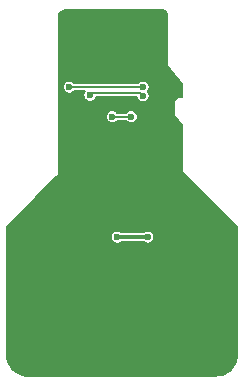
<source format=gbr>
G04 #@! TF.GenerationSoftware,KiCad,Pcbnew,(5.1.8)-1*
G04 #@! TF.CreationDate,2021-01-19T07:48:20+02:00*
G04 #@! TF.ProjectId,emmc-adapter,656d6d63-2d61-4646-9170-7465722e6b69,rev?*
G04 #@! TF.SameCoordinates,Original*
G04 #@! TF.FileFunction,Copper,L1,Top*
G04 #@! TF.FilePolarity,Positive*
%FSLAX46Y46*%
G04 Gerber Fmt 4.6, Leading zero omitted, Abs format (unit mm)*
G04 Created by KiCad (PCBNEW (5.1.8)-1) date 2021-01-19 07:48:20*
%MOMM*%
%LPD*%
G01*
G04 APERTURE LIST*
G04 #@! TA.AperFunction,ViaPad*
%ADD10C,0.600000*%
G04 #@! TD*
G04 #@! TA.AperFunction,Conductor*
%ADD11C,0.300000*%
G04 #@! TD*
G04 #@! TA.AperFunction,Conductor*
%ADD12C,0.200000*%
G04 #@! TD*
G04 #@! TA.AperFunction,Conductor*
%ADD13C,0.100000*%
G04 #@! TD*
G04 APERTURE END LIST*
D10*
X118700000Y-74500000D03*
X117500000Y-70300000D03*
X117000000Y-57100000D03*
X117800000Y-57100000D03*
X116900000Y-59200000D03*
X117800000Y-59200000D03*
X113500000Y-74000000D03*
X118900000Y-79200000D03*
X124400000Y-74000000D03*
X122800000Y-71600000D03*
X116200000Y-57100000D03*
X121600000Y-57000000D03*
X114200000Y-57000000D03*
X124800000Y-69300000D03*
X118100000Y-65900000D03*
X113600000Y-79000000D03*
X124300000Y-79100000D03*
X113400000Y-69500000D03*
X122400000Y-57000000D03*
X121200000Y-70500000D03*
X118600000Y-70500000D03*
X120800000Y-58550003D03*
X116300000Y-58499996D03*
X118200000Y-60300000D03*
X119800000Y-60300000D03*
X120800000Y-57800000D03*
X114550000Y-57800000D03*
D11*
X121200000Y-70500000D02*
X118600000Y-70500000D01*
D12*
X116499996Y-58300000D02*
X116300000Y-58499996D01*
X120800000Y-58550003D02*
X120549997Y-58300000D01*
X120549997Y-58300000D02*
X116499996Y-58300000D01*
X119800000Y-60300000D02*
X118200000Y-60300000D01*
X114550000Y-57800000D02*
X120800000Y-57800000D01*
X122466744Y-51294984D02*
X122558417Y-51334071D01*
X122640749Y-51390217D01*
X122710608Y-51461286D01*
X122765333Y-51544572D01*
X122802840Y-51636903D01*
X122822745Y-51740189D01*
X122825001Y-51804834D01*
X122825000Y-55876643D01*
X122824372Y-55880313D01*
X122825000Y-55903669D01*
X122825000Y-55913502D01*
X122825364Y-55917194D01*
X122825828Y-55934462D01*
X122828013Y-55944086D01*
X122828980Y-55953908D01*
X122833994Y-55970438D01*
X122837819Y-55987289D01*
X122841839Y-55996301D01*
X122844704Y-56005746D01*
X122852854Y-56020994D01*
X122859887Y-56036760D01*
X122865583Y-56044808D01*
X122870240Y-56053521D01*
X122881207Y-56066885D01*
X122883342Y-56069901D01*
X122889762Y-56077309D01*
X122904605Y-56095395D01*
X122907486Y-56097759D01*
X124125001Y-57502585D01*
X124125000Y-58625000D01*
X123886497Y-58625000D01*
X123874870Y-58626145D01*
X123873682Y-58626137D01*
X123869860Y-58626511D01*
X123850505Y-58628545D01*
X123846091Y-58628980D01*
X123845944Y-58629025D01*
X123831040Y-58630591D01*
X123806630Y-58635602D01*
X123782143Y-58640273D01*
X123778466Y-58641383D01*
X123741179Y-58652925D01*
X123718184Y-58662591D01*
X123695094Y-58671920D01*
X123691707Y-58673720D01*
X123691702Y-58673722D01*
X123691698Y-58673725D01*
X123657367Y-58692287D01*
X123636707Y-58706222D01*
X123615842Y-58719877D01*
X123612866Y-58722304D01*
X123582791Y-58747185D01*
X123565239Y-58764861D01*
X123547422Y-58782309D01*
X123544974Y-58785267D01*
X123520305Y-58815516D01*
X123506507Y-58836283D01*
X123492433Y-58856839D01*
X123490606Y-58860216D01*
X123472281Y-58894680D01*
X123462787Y-58917713D01*
X123452964Y-58940632D01*
X123451832Y-58944291D01*
X123451828Y-58944301D01*
X123451828Y-58944303D01*
X123440547Y-58981668D01*
X123435707Y-59006108D01*
X123430523Y-59030499D01*
X123430121Y-59034318D01*
X123426312Y-59073165D01*
X123426312Y-59073187D01*
X123425001Y-59086497D01*
X123425000Y-60077300D01*
X123424282Y-60081619D01*
X123425000Y-60104326D01*
X123425000Y-60113502D01*
X123425427Y-60117841D01*
X123425994Y-60135761D01*
X123428077Y-60144739D01*
X123428980Y-60153908D01*
X123434184Y-60171065D01*
X123438236Y-60188530D01*
X123442028Y-60196924D01*
X123444704Y-60205746D01*
X123453163Y-60221571D01*
X123460538Y-60237897D01*
X123465892Y-60245386D01*
X123470240Y-60253521D01*
X123481624Y-60267392D01*
X123484150Y-60270926D01*
X123490172Y-60277809D01*
X123504605Y-60295395D01*
X123507994Y-60298176D01*
X124125001Y-61003329D01*
X124125000Y-64886497D01*
X124123670Y-64900000D01*
X124125000Y-64913502D01*
X124128980Y-64953908D01*
X124144704Y-65005746D01*
X124170240Y-65053521D01*
X124204605Y-65095395D01*
X124215100Y-65104008D01*
X128725001Y-69613910D01*
X128724999Y-80626208D01*
X128666491Y-80961819D01*
X128545053Y-81276711D01*
X128364762Y-81562022D01*
X128132488Y-81806882D01*
X127857079Y-82001961D01*
X127549028Y-82139828D01*
X127220054Y-82215239D01*
X126870433Y-82225682D01*
X126863503Y-82224999D01*
X110873797Y-82225001D01*
X110538180Y-82166492D01*
X110223288Y-82045054D01*
X109937977Y-81864763D01*
X109693117Y-81632489D01*
X109498038Y-81357080D01*
X109360171Y-81049029D01*
X109284760Y-80720055D01*
X109274317Y-80370435D01*
X109275000Y-80363505D01*
X109275000Y-70445830D01*
X118050000Y-70445830D01*
X118050000Y-70554170D01*
X118071136Y-70660429D01*
X118112597Y-70760523D01*
X118172787Y-70850604D01*
X118249396Y-70927213D01*
X118339477Y-70987403D01*
X118439571Y-71028864D01*
X118545830Y-71050000D01*
X118654170Y-71050000D01*
X118760429Y-71028864D01*
X118860523Y-70987403D01*
X118950604Y-70927213D01*
X118977817Y-70900000D01*
X120822183Y-70900000D01*
X120849396Y-70927213D01*
X120939477Y-70987403D01*
X121039571Y-71028864D01*
X121145830Y-71050000D01*
X121254170Y-71050000D01*
X121360429Y-71028864D01*
X121460523Y-70987403D01*
X121550604Y-70927213D01*
X121627213Y-70850604D01*
X121687403Y-70760523D01*
X121728864Y-70660429D01*
X121750000Y-70554170D01*
X121750000Y-70445830D01*
X121728864Y-70339571D01*
X121687403Y-70239477D01*
X121627213Y-70149396D01*
X121550604Y-70072787D01*
X121460523Y-70012597D01*
X121360429Y-69971136D01*
X121254170Y-69950000D01*
X121145830Y-69950000D01*
X121039571Y-69971136D01*
X120939477Y-70012597D01*
X120849396Y-70072787D01*
X120822183Y-70100000D01*
X118977817Y-70100000D01*
X118950604Y-70072787D01*
X118860523Y-70012597D01*
X118760429Y-69971136D01*
X118654170Y-69950000D01*
X118545830Y-69950000D01*
X118439571Y-69971136D01*
X118339477Y-70012597D01*
X118249396Y-70072787D01*
X118172787Y-70149396D01*
X118112597Y-70239477D01*
X118071136Y-70339571D01*
X118050000Y-70445830D01*
X109275000Y-70445830D01*
X109275000Y-69613908D01*
X113454002Y-65434907D01*
X113454007Y-65434901D01*
X113584904Y-65304004D01*
X113595393Y-65295396D01*
X113629758Y-65253522D01*
X113655295Y-65205749D01*
X113664219Y-65176330D01*
X113671020Y-65153910D01*
X113676330Y-65100001D01*
X113674999Y-65086490D01*
X113675039Y-60245830D01*
X117650000Y-60245830D01*
X117650000Y-60354170D01*
X117671136Y-60460429D01*
X117712597Y-60560523D01*
X117772787Y-60650604D01*
X117849396Y-60727213D01*
X117939477Y-60787403D01*
X118039571Y-60828864D01*
X118145830Y-60850000D01*
X118254170Y-60850000D01*
X118360429Y-60828864D01*
X118460523Y-60787403D01*
X118550604Y-60727213D01*
X118627213Y-60650604D01*
X118627617Y-60650000D01*
X119372383Y-60650000D01*
X119372787Y-60650604D01*
X119449396Y-60727213D01*
X119539477Y-60787403D01*
X119639571Y-60828864D01*
X119745830Y-60850000D01*
X119854170Y-60850000D01*
X119960429Y-60828864D01*
X120060523Y-60787403D01*
X120150604Y-60727213D01*
X120227213Y-60650604D01*
X120287403Y-60560523D01*
X120328864Y-60460429D01*
X120350000Y-60354170D01*
X120350000Y-60245830D01*
X120328864Y-60139571D01*
X120287403Y-60039477D01*
X120227213Y-59949396D01*
X120150604Y-59872787D01*
X120060523Y-59812597D01*
X119960429Y-59771136D01*
X119854170Y-59750000D01*
X119745830Y-59750000D01*
X119639571Y-59771136D01*
X119539477Y-59812597D01*
X119449396Y-59872787D01*
X119372787Y-59949396D01*
X119372383Y-59950000D01*
X118627617Y-59950000D01*
X118627213Y-59949396D01*
X118550604Y-59872787D01*
X118460523Y-59812597D01*
X118360429Y-59771136D01*
X118254170Y-59750000D01*
X118145830Y-59750000D01*
X118039571Y-59771136D01*
X117939477Y-59812597D01*
X117849396Y-59872787D01*
X117772787Y-59949396D01*
X117712597Y-60039477D01*
X117671136Y-60139571D01*
X117650000Y-60245830D01*
X113675039Y-60245830D01*
X113675060Y-57745830D01*
X114000000Y-57745830D01*
X114000000Y-57854170D01*
X114021136Y-57960429D01*
X114062597Y-58060523D01*
X114122787Y-58150604D01*
X114199396Y-58227213D01*
X114289477Y-58287403D01*
X114389571Y-58328864D01*
X114495830Y-58350000D01*
X114604170Y-58350000D01*
X114710429Y-58328864D01*
X114810523Y-58287403D01*
X114900604Y-58227213D01*
X114977213Y-58150604D01*
X114977617Y-58150000D01*
X115872381Y-58150000D01*
X115812597Y-58239473D01*
X115771136Y-58339567D01*
X115750000Y-58445826D01*
X115750000Y-58554166D01*
X115771136Y-58660425D01*
X115812597Y-58760519D01*
X115872787Y-58850600D01*
X115949396Y-58927209D01*
X116039477Y-58987399D01*
X116139571Y-59028860D01*
X116245830Y-59049996D01*
X116354170Y-59049996D01*
X116460429Y-59028860D01*
X116560523Y-58987399D01*
X116650604Y-58927209D01*
X116727213Y-58850600D01*
X116787403Y-58760519D01*
X116828864Y-58660425D01*
X116830938Y-58650000D01*
X120259115Y-58650000D01*
X120271136Y-58710432D01*
X120312597Y-58810526D01*
X120372787Y-58900607D01*
X120449396Y-58977216D01*
X120539477Y-59037406D01*
X120639571Y-59078867D01*
X120745830Y-59100003D01*
X120854170Y-59100003D01*
X120960429Y-59078867D01*
X121060523Y-59037406D01*
X121150604Y-58977216D01*
X121227213Y-58900607D01*
X121287403Y-58810526D01*
X121328864Y-58710432D01*
X121350000Y-58604173D01*
X121350000Y-58495833D01*
X121328864Y-58389574D01*
X121287403Y-58289480D01*
X121227213Y-58199399D01*
X121202816Y-58175002D01*
X121227213Y-58150604D01*
X121287403Y-58060523D01*
X121328864Y-57960429D01*
X121350000Y-57854170D01*
X121350000Y-57745830D01*
X121328864Y-57639571D01*
X121287403Y-57539477D01*
X121227213Y-57449396D01*
X121150604Y-57372787D01*
X121060523Y-57312597D01*
X120960429Y-57271136D01*
X120854170Y-57250000D01*
X120745830Y-57250000D01*
X120639571Y-57271136D01*
X120539477Y-57312597D01*
X120449396Y-57372787D01*
X120372787Y-57449396D01*
X120372383Y-57450000D01*
X114977617Y-57450000D01*
X114977213Y-57449396D01*
X114900604Y-57372787D01*
X114810523Y-57312597D01*
X114710429Y-57271136D01*
X114604170Y-57250000D01*
X114495830Y-57250000D01*
X114389571Y-57271136D01*
X114289477Y-57312597D01*
X114199396Y-57372787D01*
X114122787Y-57449396D01*
X114062597Y-57539477D01*
X114021136Y-57639571D01*
X114000000Y-57745830D01*
X113675060Y-57745830D01*
X113675110Y-51824435D01*
X113684675Y-51706817D01*
X113712588Y-51608500D01*
X113759069Y-51517474D01*
X113822343Y-51437210D01*
X113899998Y-51370767D01*
X113989087Y-51320670D01*
X114086208Y-51288832D01*
X114199459Y-51275026D01*
X114201624Y-51275000D01*
X122371844Y-51275000D01*
X122466744Y-51294984D01*
G04 #@! TA.AperFunction,Conductor*
D13*
G36*
X122466744Y-51294984D02*
G01*
X122558417Y-51334071D01*
X122640749Y-51390217D01*
X122710608Y-51461286D01*
X122765333Y-51544572D01*
X122802840Y-51636903D01*
X122822745Y-51740189D01*
X122825001Y-51804834D01*
X122825000Y-55876643D01*
X122824372Y-55880313D01*
X122825000Y-55903669D01*
X122825000Y-55913502D01*
X122825364Y-55917194D01*
X122825828Y-55934462D01*
X122828013Y-55944086D01*
X122828980Y-55953908D01*
X122833994Y-55970438D01*
X122837819Y-55987289D01*
X122841839Y-55996301D01*
X122844704Y-56005746D01*
X122852854Y-56020994D01*
X122859887Y-56036760D01*
X122865583Y-56044808D01*
X122870240Y-56053521D01*
X122881207Y-56066885D01*
X122883342Y-56069901D01*
X122889762Y-56077309D01*
X122904605Y-56095395D01*
X122907486Y-56097759D01*
X124125001Y-57502585D01*
X124125000Y-58625000D01*
X123886497Y-58625000D01*
X123874870Y-58626145D01*
X123873682Y-58626137D01*
X123869860Y-58626511D01*
X123850505Y-58628545D01*
X123846091Y-58628980D01*
X123845944Y-58629025D01*
X123831040Y-58630591D01*
X123806630Y-58635602D01*
X123782143Y-58640273D01*
X123778466Y-58641383D01*
X123741179Y-58652925D01*
X123718184Y-58662591D01*
X123695094Y-58671920D01*
X123691707Y-58673720D01*
X123691702Y-58673722D01*
X123691698Y-58673725D01*
X123657367Y-58692287D01*
X123636707Y-58706222D01*
X123615842Y-58719877D01*
X123612866Y-58722304D01*
X123582791Y-58747185D01*
X123565239Y-58764861D01*
X123547422Y-58782309D01*
X123544974Y-58785267D01*
X123520305Y-58815516D01*
X123506507Y-58836283D01*
X123492433Y-58856839D01*
X123490606Y-58860216D01*
X123472281Y-58894680D01*
X123462787Y-58917713D01*
X123452964Y-58940632D01*
X123451832Y-58944291D01*
X123451828Y-58944301D01*
X123451828Y-58944303D01*
X123440547Y-58981668D01*
X123435707Y-59006108D01*
X123430523Y-59030499D01*
X123430121Y-59034318D01*
X123426312Y-59073165D01*
X123426312Y-59073187D01*
X123425001Y-59086497D01*
X123425000Y-60077300D01*
X123424282Y-60081619D01*
X123425000Y-60104326D01*
X123425000Y-60113502D01*
X123425427Y-60117841D01*
X123425994Y-60135761D01*
X123428077Y-60144739D01*
X123428980Y-60153908D01*
X123434184Y-60171065D01*
X123438236Y-60188530D01*
X123442028Y-60196924D01*
X123444704Y-60205746D01*
X123453163Y-60221571D01*
X123460538Y-60237897D01*
X123465892Y-60245386D01*
X123470240Y-60253521D01*
X123481624Y-60267392D01*
X123484150Y-60270926D01*
X123490172Y-60277809D01*
X123504605Y-60295395D01*
X123507994Y-60298176D01*
X124125001Y-61003329D01*
X124125000Y-64886497D01*
X124123670Y-64900000D01*
X124125000Y-64913502D01*
X124128980Y-64953908D01*
X124144704Y-65005746D01*
X124170240Y-65053521D01*
X124204605Y-65095395D01*
X124215100Y-65104008D01*
X128725001Y-69613910D01*
X128724999Y-80626208D01*
X128666491Y-80961819D01*
X128545053Y-81276711D01*
X128364762Y-81562022D01*
X128132488Y-81806882D01*
X127857079Y-82001961D01*
X127549028Y-82139828D01*
X127220054Y-82215239D01*
X126870433Y-82225682D01*
X126863503Y-82224999D01*
X110873797Y-82225001D01*
X110538180Y-82166492D01*
X110223288Y-82045054D01*
X109937977Y-81864763D01*
X109693117Y-81632489D01*
X109498038Y-81357080D01*
X109360171Y-81049029D01*
X109284760Y-80720055D01*
X109274317Y-80370435D01*
X109275000Y-80363505D01*
X109275000Y-70445830D01*
X118050000Y-70445830D01*
X118050000Y-70554170D01*
X118071136Y-70660429D01*
X118112597Y-70760523D01*
X118172787Y-70850604D01*
X118249396Y-70927213D01*
X118339477Y-70987403D01*
X118439571Y-71028864D01*
X118545830Y-71050000D01*
X118654170Y-71050000D01*
X118760429Y-71028864D01*
X118860523Y-70987403D01*
X118950604Y-70927213D01*
X118977817Y-70900000D01*
X120822183Y-70900000D01*
X120849396Y-70927213D01*
X120939477Y-70987403D01*
X121039571Y-71028864D01*
X121145830Y-71050000D01*
X121254170Y-71050000D01*
X121360429Y-71028864D01*
X121460523Y-70987403D01*
X121550604Y-70927213D01*
X121627213Y-70850604D01*
X121687403Y-70760523D01*
X121728864Y-70660429D01*
X121750000Y-70554170D01*
X121750000Y-70445830D01*
X121728864Y-70339571D01*
X121687403Y-70239477D01*
X121627213Y-70149396D01*
X121550604Y-70072787D01*
X121460523Y-70012597D01*
X121360429Y-69971136D01*
X121254170Y-69950000D01*
X121145830Y-69950000D01*
X121039571Y-69971136D01*
X120939477Y-70012597D01*
X120849396Y-70072787D01*
X120822183Y-70100000D01*
X118977817Y-70100000D01*
X118950604Y-70072787D01*
X118860523Y-70012597D01*
X118760429Y-69971136D01*
X118654170Y-69950000D01*
X118545830Y-69950000D01*
X118439571Y-69971136D01*
X118339477Y-70012597D01*
X118249396Y-70072787D01*
X118172787Y-70149396D01*
X118112597Y-70239477D01*
X118071136Y-70339571D01*
X118050000Y-70445830D01*
X109275000Y-70445830D01*
X109275000Y-69613908D01*
X113454002Y-65434907D01*
X113454007Y-65434901D01*
X113584904Y-65304004D01*
X113595393Y-65295396D01*
X113629758Y-65253522D01*
X113655295Y-65205749D01*
X113664219Y-65176330D01*
X113671020Y-65153910D01*
X113676330Y-65100001D01*
X113674999Y-65086490D01*
X113675039Y-60245830D01*
X117650000Y-60245830D01*
X117650000Y-60354170D01*
X117671136Y-60460429D01*
X117712597Y-60560523D01*
X117772787Y-60650604D01*
X117849396Y-60727213D01*
X117939477Y-60787403D01*
X118039571Y-60828864D01*
X118145830Y-60850000D01*
X118254170Y-60850000D01*
X118360429Y-60828864D01*
X118460523Y-60787403D01*
X118550604Y-60727213D01*
X118627213Y-60650604D01*
X118627617Y-60650000D01*
X119372383Y-60650000D01*
X119372787Y-60650604D01*
X119449396Y-60727213D01*
X119539477Y-60787403D01*
X119639571Y-60828864D01*
X119745830Y-60850000D01*
X119854170Y-60850000D01*
X119960429Y-60828864D01*
X120060523Y-60787403D01*
X120150604Y-60727213D01*
X120227213Y-60650604D01*
X120287403Y-60560523D01*
X120328864Y-60460429D01*
X120350000Y-60354170D01*
X120350000Y-60245830D01*
X120328864Y-60139571D01*
X120287403Y-60039477D01*
X120227213Y-59949396D01*
X120150604Y-59872787D01*
X120060523Y-59812597D01*
X119960429Y-59771136D01*
X119854170Y-59750000D01*
X119745830Y-59750000D01*
X119639571Y-59771136D01*
X119539477Y-59812597D01*
X119449396Y-59872787D01*
X119372787Y-59949396D01*
X119372383Y-59950000D01*
X118627617Y-59950000D01*
X118627213Y-59949396D01*
X118550604Y-59872787D01*
X118460523Y-59812597D01*
X118360429Y-59771136D01*
X118254170Y-59750000D01*
X118145830Y-59750000D01*
X118039571Y-59771136D01*
X117939477Y-59812597D01*
X117849396Y-59872787D01*
X117772787Y-59949396D01*
X117712597Y-60039477D01*
X117671136Y-60139571D01*
X117650000Y-60245830D01*
X113675039Y-60245830D01*
X113675060Y-57745830D01*
X114000000Y-57745830D01*
X114000000Y-57854170D01*
X114021136Y-57960429D01*
X114062597Y-58060523D01*
X114122787Y-58150604D01*
X114199396Y-58227213D01*
X114289477Y-58287403D01*
X114389571Y-58328864D01*
X114495830Y-58350000D01*
X114604170Y-58350000D01*
X114710429Y-58328864D01*
X114810523Y-58287403D01*
X114900604Y-58227213D01*
X114977213Y-58150604D01*
X114977617Y-58150000D01*
X115872381Y-58150000D01*
X115812597Y-58239473D01*
X115771136Y-58339567D01*
X115750000Y-58445826D01*
X115750000Y-58554166D01*
X115771136Y-58660425D01*
X115812597Y-58760519D01*
X115872787Y-58850600D01*
X115949396Y-58927209D01*
X116039477Y-58987399D01*
X116139571Y-59028860D01*
X116245830Y-59049996D01*
X116354170Y-59049996D01*
X116460429Y-59028860D01*
X116560523Y-58987399D01*
X116650604Y-58927209D01*
X116727213Y-58850600D01*
X116787403Y-58760519D01*
X116828864Y-58660425D01*
X116830938Y-58650000D01*
X120259115Y-58650000D01*
X120271136Y-58710432D01*
X120312597Y-58810526D01*
X120372787Y-58900607D01*
X120449396Y-58977216D01*
X120539477Y-59037406D01*
X120639571Y-59078867D01*
X120745830Y-59100003D01*
X120854170Y-59100003D01*
X120960429Y-59078867D01*
X121060523Y-59037406D01*
X121150604Y-58977216D01*
X121227213Y-58900607D01*
X121287403Y-58810526D01*
X121328864Y-58710432D01*
X121350000Y-58604173D01*
X121350000Y-58495833D01*
X121328864Y-58389574D01*
X121287403Y-58289480D01*
X121227213Y-58199399D01*
X121202816Y-58175002D01*
X121227213Y-58150604D01*
X121287403Y-58060523D01*
X121328864Y-57960429D01*
X121350000Y-57854170D01*
X121350000Y-57745830D01*
X121328864Y-57639571D01*
X121287403Y-57539477D01*
X121227213Y-57449396D01*
X121150604Y-57372787D01*
X121060523Y-57312597D01*
X120960429Y-57271136D01*
X120854170Y-57250000D01*
X120745830Y-57250000D01*
X120639571Y-57271136D01*
X120539477Y-57312597D01*
X120449396Y-57372787D01*
X120372787Y-57449396D01*
X120372383Y-57450000D01*
X114977617Y-57450000D01*
X114977213Y-57449396D01*
X114900604Y-57372787D01*
X114810523Y-57312597D01*
X114710429Y-57271136D01*
X114604170Y-57250000D01*
X114495830Y-57250000D01*
X114389571Y-57271136D01*
X114289477Y-57312597D01*
X114199396Y-57372787D01*
X114122787Y-57449396D01*
X114062597Y-57539477D01*
X114021136Y-57639571D01*
X114000000Y-57745830D01*
X113675060Y-57745830D01*
X113675110Y-51824435D01*
X113684675Y-51706817D01*
X113712588Y-51608500D01*
X113759069Y-51517474D01*
X113822343Y-51437210D01*
X113899998Y-51370767D01*
X113989087Y-51320670D01*
X114086208Y-51288832D01*
X114199459Y-51275026D01*
X114201624Y-51275000D01*
X122371844Y-51275000D01*
X122466744Y-51294984D01*
G37*
G04 #@! TD.AperFunction*
M02*

</source>
